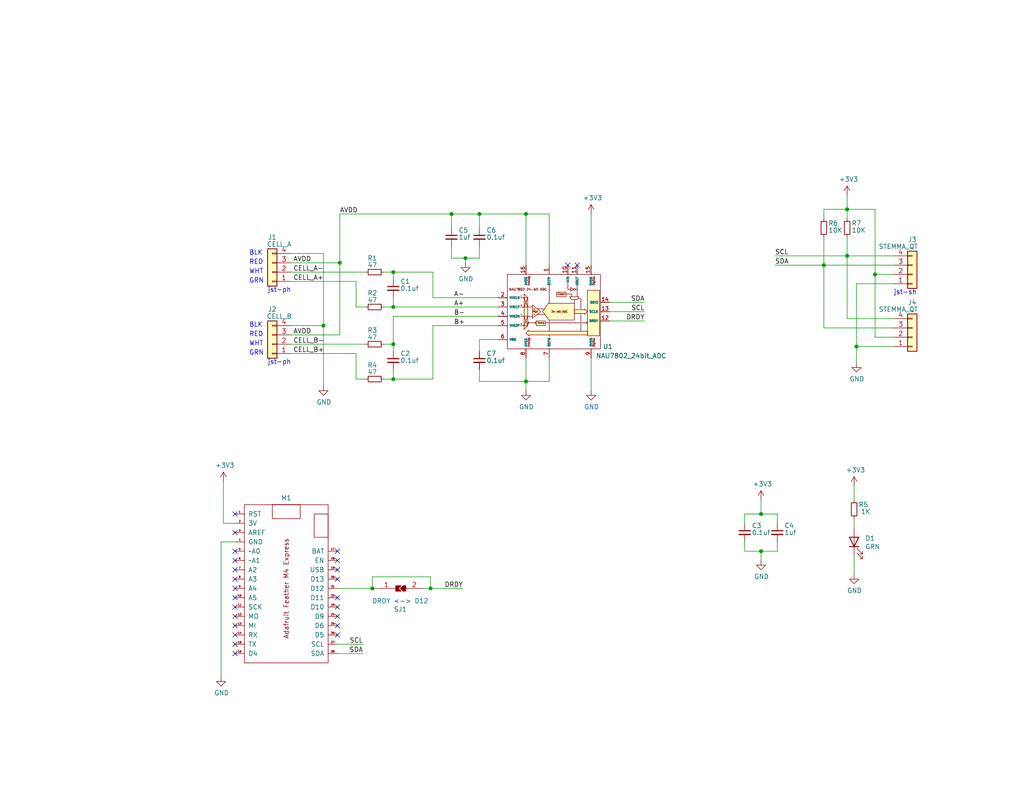
<source format=kicad_sch>
(kicad_sch (version 20211123) (generator eeschema)
  (paper "USLetter")
  (title_block (title "NAU7802_DUAL_24-BIT_ADC_WING_DIP") (date "2021-12-01") (rev "v02_DIP") (company "Cedar Grove Studios"))
  (lib_symbols
    (symbol "Adafruit_custom:Feather_M4_Express" (pin_names (offset 1.016))
      (property "Reference" "M" (at 0 27.94 0))
      (symbol "Feather_M4_Express_0_0"
        (rectangle (start -11.43 22.86) (end 11.43 -20.32))
        (rectangle (start -3.81 22.86) (end 3.81 19.05))
        (rectangle (start 11.43 20.32) (end 7.62 13.97))
        (text "Adafruit Feather M4 Express" (at 0 0 900) (effects (font (size 1.27 1.27))))
      )
      (symbol "Feather_M4_Express_0_1"
        (pin input line (at -13.97 20.32 0) (length 2.54) (name "RST") (number "1"))
        (pin bidirectional line (at -13.97 -2.54 0) (length 2.54) (name "A5") (number "10"))
        (pin bidirectional line (at -13.97 -5.08 0) (length 2.54) (name "SCK") (number "11"))
        (pin bidirectional line (at -13.97 -7.62 0) (length 2.54) (name "MO") (number "12"))
        (pin bidirectional line (at -13.97 -10.16 0) (length 2.54) (name "MI") (number "13"))
        (pin bidirectional line (at -13.97 -12.7 0) (length 2.54) (name "RX") (number "14"))
        (pin bidirectional line (at -13.97 -15.24 0) (length 2.54) (name "TX") (number "15"))
        (pin bidirectional line (at -13.97 -17.78 0) (length 2.54) (name "D4") (number "16"))
        (pin power_out line (at 13.97 10.16 180) (length 2.54) (name "BAT") (number "17"))
        (pin input line (at 13.97 7.62 180) (length 2.54) (name "EN") (number "18"))
        (pin power_out line (at 13.97 5.08 180) (length 2.54) (name "USB") (number "19"))
        (pin power_out line (at -13.97 17.78 0) (length 2.54) (name "3V") (number "2"))
        (pin bidirectional line (at 13.97 2.54 180) (length 2.54) (name "D13") (number "20"))
        (pin bidirectional line (at 13.97 0 180) (length 2.54) (name "D12") (number "21"))
        (pin bidirectional line (at 13.97 -2.54 180) (length 2.54) (name "D11") (number "22"))
        (pin bidirectional line (at 13.97 -5.08 180) (length 2.54) (name "D10") (number "23"))
        (pin bidirectional line (at 13.97 -7.62 180) (length 2.54) (name "D9") (number "24"))
        (pin bidirectional line (at 13.97 -10.16 180) (length 2.54) (name "D6") (number "25"))
        (pin bidirectional line (at 13.97 -12.7 180) (length 2.54) (name "D5") (number "26"))
        (pin bidirectional line (at 13.97 -15.24 180) (length 2.54) (name "SCL") (number "27"))
        (pin bidirectional line (at 13.97 -17.78 180) (length 2.54) (name "SDA") (number "28"))
        (pin input line (at -13.97 15.24 0) (length 2.54) (name "AREF") (number "3"))
        (pin power_out line (at -13.97 12.7 0) (length 2.54) (name "GND") (number "4"))
        (pin bidirectional line (at -13.97 10.16 0) (length 2.54) (name "~A0") (number "5"))
        (pin bidirectional line (at -13.97 7.62 0) (length 2.54) (name "~A1") (number "6"))
        (pin bidirectional line (at -13.97 5.08 0) (length 2.54) (name "A2") (number "7"))
        (pin bidirectional line (at -13.97 2.54 0) (length 2.54) (name "A3") (number "8"))
        (pin bidirectional line (at -13.97 0 0) (length 2.54) (name "A4") (number "9"))
      )
    )
    (symbol "Adafruit_custom:NAU7802_24bit_ADC"
      (property "Reference" "U" (at 13.97 -7.366 0))
      (property "Value" "Adafruit_custom_NAU7802_24bit_ADC" (at 21.082 -8.89 0))
      (symbol "NAU7802_24bit_ADC_0_0"
        (rectangle (start -4.826 -2.54) (end -2.286 -3.81) (fill (type background)))
        (polyline (pts (xy -8.128 -3.81) (xy -9.144 -3.81)))
        (polyline (pts (xy -8.128 -1.27) (xy -9.144 -1.27)))
        (polyline (pts (xy -8.128 1.27) (xy -9.144 1.27)))
        (polyline (pts (xy -8.128 3.81) (xy -9.144 3.81)))
        (polyline (pts (xy -4.572 -0.762) (xy -2.54 -0.762)))
        (polyline (pts (xy -4.572 0.762) (xy -2.54 0.762)))
        (polyline (pts (xy -1.27 -6.858) (xy -1.27 -6.35)))
        (polyline (pts (xy -1.27 -5.334) (xy -1.27 -3.302)))
        (polyline (pts (xy -1.27 -2.286) (xy -1.27 -2.794)))
        (polyline (pts (xy -1.27 7.112) (xy -1.27 2.286)))
        (polyline (pts (xy 5.588 3.302) (xy 5.588 2.286)))
        (polyline (pts (xy 6.35 6.096) (xy 6.35 4.064)))
        (polyline (pts (xy 7.366 -5.334) (xy 7.366 -3.302)))
        (polyline (pts (xy 7.366 -2.794) (xy 7.366 -0.762)))
        (polyline (pts (xy 7.366 0.762) (xy 7.366 0.762)))
        (polyline (pts (xy 3.302 4.826) (xy 4.826 4.826) (xy 4.826 4.064)))
        (polyline (pts (xy 4.572 6.096) (xy 3.81 6.096) (xy 3.81 7.874)))
        (polyline (pts (xy 5.842 6.096) (xy 6.35 6.096) (xy 6.35 7.112)))
        (polyline (pts (xy 7.366 0.762) (xy 7.366 3.556) (xy 6.604 3.556)))
        (polyline (pts (xy 5.334 6.096) (xy 4.572 6.604) (xy 4.572 5.588) (xy 5.334 6.096)) (fill (type background)))
        (polyline (pts (xy -2.286 -3.048) (xy 9.144 -3.048) (xy 8.89 -2.794) (xy 9.144 -3.048) (xy 8.89 -3.302)))
        (polyline (pts (xy 4.318 4.064) (xy 6.858 4.064) (xy 6.35 3.302) (xy 4.826 3.302) (xy 4.318 4.064)) (fill (type background)))
        (polyline (pts (xy -6.858 -2.794) (xy -7.112 -3.048) (xy -6.858 -3.302) (xy -7.112 -3.048) (xy -4.826 -3.048) (xy -5.08 -2.794) (xy -4.826 -3.048) (xy -5.08 -3.302)))
        (polyline (pts (xy 5.588 0.508) (xy 8.382 0.508) (xy 8.382 0.762) (xy 9.144 0) (xy 8.382 -0.762) (xy 8.382 -0.508) (xy 5.588 -0.508) (xy 5.588 0.508)) (fill (type background)))
        (polyline (pts (xy 9.144 -5.334) (xy 9.144 -6.35) (xy -6.858 -6.35) (xy -6.858 -6.604) (xy -7.62 -5.842) (xy -6.858 -5.08) (xy -6.858 -5.334) (xy 9.144 -5.334)) (fill (type background)))
        (rectangle (start 0.762 5.334) (end 3.302 4.064) (fill (type background)))
        (circle (center 5.588 6.096) (radius 0.254) (fill (type background)))
        (rectangle (start 9.144 -6.604) (end 12.446 5.842) (fill (type background)))
        (text "+" (at -8.89 -3.302 0) (effects (font (size 0.508 0.508))))
        (text "+" (at -8.89 1.778 0) (effects (font (size 0.508 0.508))))
        (text "+" (at -5.334 0.762 0) (effects (font (size 0.508 0.508))))
        (text "-" (at -8.89 -0.762 0) (effects (font (size 0.508 0.508))))
        (text "-" (at -8.89 4.318 0) (effects (font (size 0.508 0.508))))
        (text "-" (at -5.334 -0.762 0) (effects (font (size 0.508 0.508))))
        (text "24-bit ADC" (at 1.524 0 0) (effects (font (size 0.508 0.508))))
        (text "Analog" (at -6.858 -8.382 900) (effects (font (size 0.508 0.508) italic)))
        (text "Analog" (at -6.858 8.382 900) (effects (font (size 0.508 0.508) italic)))
        (text "Clock" (at 2.032 4.826 0) (effects (font (size 0.508 0.508))))
        (text "Digital" (at 10.922 -8.382 900) (effects (font (size 0.508 0.508) italic)))
        (text "Digital" (at 10.922 8.382 900) (effects (font (size 0.508 0.508) italic)))
        (text "NAU7802 24-bit ADC" (at -7.112 6.096 0) (effects (font (size 0.635 0.635) bold)))
        (text "PGA" (at -5.08 0 0) (effects (font (size 0.508 0.508))))
        (text "Temp" (at -3.556 -3.048 0) (effects (font (size 0.508 0.508))))
      )
      (symbol "NAU7802_24bit_ADC_0_1"
        (rectangle (start -12.7 10.16) (end 12.7 -10.16))
        (polyline (pts (xy -8.128 -1.27) (xy -7.112 -1.27)))
        (polyline (pts (xy -8.128 1.27) (xy -7.112 1.27)))
        (polyline (pts (xy -8.128 3.81) (xy -7.112 1.27)))
        (polyline (pts (xy -8.128 3.81) (xy -7.112 3.81)))
        (polyline (pts (xy -7.112 -1.27) (xy -8.128 -3.81)))
        (polyline (pts (xy -7.112 -1.27) (xy -5.842 -1.27)))
        (polyline (pts (xy -7.112 1.27) (xy -5.842 1.27)))
        (polyline (pts (xy -7.112 3.81) (xy -8.128 1.27)))
        (polyline (pts (xy -8.128 -3.81) (xy -7.112 -3.81) (xy -8.128 -1.27)))
        (polyline (pts (xy -5.842 1.778) (xy -5.842 -1.778) (xy -3.556 0) (xy -5.842 1.778)) (fill (type background)))
        (polyline (pts (xy -8.128 3.81) (xy -8.128 4.826) (xy -7.112 3.81) (xy -7.112 -3.81) (xy -8.128 -4.826) (xy -8.128 3.81)) (fill (type background)))
        (polyline (pts (xy -3.048 0) (xy -1.27 -2.286) (xy 5.588 -2.286) (xy 5.588 2.286) (xy -1.524 2.286) (xy -3.048 0)) (fill (type background)))
      )
      (symbol "NAU7802_24bit_ADC_1_1"
        (pin input line (at -1.27 12.7 270) (length 2.54) (name "REFP") (number "1"))
        (pin input line (at 3.81 12.7 270) (length 2.54) (name "XIN") (number "10"))
        (pin output line (at 6.35 12.7 270) (length 2.54) (name "XOUT") (number "11"))
        (pin output line (at 15.24 -2.54 180) (length 2.54) (name "DRDY") (number "12"))
        (pin output line (at 15.24 0 180) (length 2.54) (name "SCLK") (number "13"))
        (pin bidirectional line (at 15.24 2.54 180) (length 2.54) (name "SDIO") (number "14"))
        (pin power_in line (at 10.16 12.7 270) (length 2.54) (name "DVDD") (number "15"))
        (pin bidirectional line (at -7.62 12.7 270) (length 2.54) (name "AVDD") (number "16"))
        (pin input line (at -15.24 3.81 0) (length 2.54) (name "VIN1N") (number "2"))
        (pin input line (at -15.24 1.27 0) (length 2.54) (name "VIN1P") (number "3"))
        (pin input line (at -15.24 -1.27 0) (length 2.54) (name "VIN2N") (number "4"))
        (pin input line (at -15.24 -3.81 0) (length 2.54) (name "VIN2P") (number "5"))
        (pin bidirectional line (at -15.24 -7.62 0) (length 2.54) (name "VBG") (number "6"))
        (pin input line (at -1.27 -12.7 90) (length 2.54) (name "REFN") (number "7"))
        (pin power_in line (at -7.62 -12.7 90) (length 2.54) (name "AVSS") (number "8"))
        (pin power_in line (at 10.16 -12.7 90) (length 2.54) (name "DVSS") (number "9"))
      )
    )
    (symbol "Adafruit_custom:Solder_Jumper_0805" (pin_names (offset 1.016))
      (property "Reference" "SJ" (at 0 3.81 0))
      (property "Value" "Adafruit_custom_Solder_Jumper_0805" (at 0 -3.81 0))
      (symbol "Solder_Jumper_0805_0_1"
        (polyline (pts (xy 0 0) (xy 0.762 0.762) (xy 1.524 0.762) (xy 1.524 -0.762) (xy 0.762 -0.762) (xy 0 0)) (fill (type outline)))
        (polyline (pts (xy 0.254 0.762) (xy -0.508 0) (xy 0.254 -0.762) (xy -1.27 -0.762) (xy -1.27 0.762) (xy 0.254 0.762)) (fill (type outline)))
      )
      (symbol "Solder_Jumper_0805_1_1"
        (pin bidirectional line (at -6.35 0 0) (length 5.08) (name "~") (number "1"))
        (pin bidirectional line (at 6.35 0 180) (length 5.08) (name "~") (number "2"))
      )
    )
    (symbol "Connector_Generic:Conn_01x04" (pin_names (offset 1.016) hide)
      (property "Reference" "J" (at 0 5.08 0))
      (property "Value" "Conn_01x04" (at 0 -7.62 0))
      (symbol "Conn_01x04_1_1"
        (rectangle (start -1.27 -4.953) (end 0 -5.207) (stroke (width 0.1524)))
        (rectangle (start -1.27 -2.413) (end 0 -2.667) (stroke (width 0.1524)))
        (rectangle (start -1.27 0.127) (end 0 -0.127) (stroke (width 0.1524)))
        (rectangle (start -1.27 2.667) (end 0 2.413) (stroke (width 0.1524)))
        (rectangle (start -1.27 3.81) (end 1.27 -6.35) (stroke (width 0.254)) (fill (type background)))
        (pin passive line (at -5.08 2.54 0) (length 3.81) (name "Pin_1") (number "1"))
        (pin passive line (at -5.08 0 0) (length 3.81) (name "Pin_2") (number "2"))
        (pin passive line (at -5.08 -2.54 0) (length 3.81) (name "Pin_3") (number "3"))
        (pin passive line (at -5.08 -5.08 0) (length 3.81) (name "Pin_4") (number "4"))
      )
    )
    (symbol "Device:C_Small" (pin_numbers hide) (pin_names (offset 0.254) hide)
      (property "Reference" "C" (at 0.254 1.778 0))
      (property "Value" "C_Small" (at 0.254 -2.032 0))
      (symbol "C_Small_0_1"
        (polyline (pts (xy -1.524 -0.508) (xy 1.524 -0.508)) (stroke (width 0.3302)))
        (polyline (pts (xy -1.524 0.508) (xy 1.524 0.508)) (stroke (width 0.3048)))
      )
      (symbol "C_Small_1_1"
        (pin passive line (at 0 2.54 270) (length 2.032) (name "~") (number "1"))
        (pin passive line (at 0 -2.54 90) (length 2.032) (name "~") (number "2"))
      )
    )
    (symbol "Device:LED" (pin_numbers hide) (pin_names (offset 1.016) hide)
      (property "Reference" "D" (at 0 2.54 0))
      (property "Value" "LED" (at 0 -2.54 0))
      (symbol "LED_0_1"
        (polyline (pts (xy -1.27 -1.27) (xy -1.27 1.27)) (stroke (width 0.254)))
        (polyline (pts (xy -1.27 0) (xy 1.27 0)))
        (polyline (pts (xy 1.27 -1.27) (xy 1.27 1.27) (xy -1.27 0) (xy 1.27 -1.27)) (stroke (width 0.254)))
        (polyline (pts (xy -3.048 -0.762) (xy -4.572 -2.286) (xy -3.81 -2.286) (xy -4.572 -2.286) (xy -4.572 -1.524)))
        (polyline (pts (xy -1.778 -0.762) (xy -3.302 -2.286) (xy -2.54 -2.286) (xy -3.302 -2.286) (xy -3.302 -1.524)))
      )
      (symbol "LED_1_1"
        (pin passive line (at -3.81 0 0) (length 2.54) (name "K") (number "1"))
        (pin passive line (at 3.81 0 180) (length 2.54) (name "A") (number "2"))
      )
    )
    (symbol "Device:R_Small" (pin_numbers hide) (pin_names (offset 0.254) hide)
      (property "Reference" "R" (at 0.762 0.508 0))
      (property "Value" "R_Small" (at 0.762 -1.016 0))
      (symbol "R_Small_0_1"
        (rectangle (start -0.762 1.778) (end 0.762 -1.778) (stroke (width 0.2032)))
      )
      (symbol "R_Small_1_1"
        (pin passive line (at 0 2.54 270) (length 0.762) (name "~") (number "1"))
        (pin passive line (at 0 -2.54 90) (length 0.762) (name "~") (number "2"))
      )
    )
    (symbol "power:+3V3" (power) (pin_names (offset 0))
      (property "Value" "+3V3" (at 0 3.556 0))
      (symbol "+3V3_0_1"
        (polyline (pts (xy -0.762 1.27) (xy 0 2.54)))
        (polyline (pts (xy 0 0) (xy 0 2.54)))
        (polyline (pts (xy 0 2.54) (xy 0.762 1.27)))
      )
      (symbol "+3V3_1_1"
        (pin power_in line (at 0 0 90) (length 0) hide (name "+3V3") (number "1"))
      )
    )
    (symbol "power:GND" (power) (pin_names (offset 0))
      (property "Value" "GND" (at 0 -3.81 0))
      (symbol "GND_0_1"
        (polyline (pts (xy 0 0) (xy 0 -1.27) (xy 1.27 -1.27) (xy 0 -2.54) (xy -1.27 -1.27) (xy 0 -1.27)))
      )
      (symbol "GND_1_1"
        (pin power_in line (at 0 0 270) (length 0) hide (name "GND") (number "1"))
      )
    )
  )
  (junction (at 127 70.485))
  (junction (at 207.645 150.495))
  (junction (at 92.71 71.755))
  (junction (at 224.79 72.39))
  (junction (at 107.315 74.295))
  (junction (at 143.51 104.14))
  (junction (at 207.645 140.335))
  (junction (at 101.6 160.655))
  (junction (at 130.81 58.42))
  (junction (at 117.475 160.655))
  (junction (at 123.19 58.42))
  (junction (at 238.76 74.93))
  (junction (at 88.265 88.9))
  (junction (at 107.315 83.82))
  (junction (at 143.51 58.42))
  (junction (at 107.315 103.505))
  (junction (at 233.68 94.615))
  (junction (at 231.14 57.15))
  (junction (at 107.315 93.98))
  (junction (at 231.14 69.85))
  (no_connect (at 64.135 153.035))
  (no_connect (at 64.135 145.415))
  (no_connect (at 154.94 72.39))
  (no_connect (at 92.075 168.275))
  (no_connect (at 92.075 150.495))
  (no_connect (at 64.135 165.735))
  (no_connect (at 92.075 153.035))
  (no_connect (at 157.48 72.39))
  (no_connect (at 92.075 158.115))
  (no_connect (at 64.135 158.115))
  (no_connect (at 64.135 173.355))
  (no_connect (at 92.075 163.195))
  (no_connect (at 92.075 165.735))
  (no_connect (at 64.135 170.815))
  (no_connect (at 64.135 155.575))
  (no_connect (at 92.075 173.355))
  (no_connect (at 64.135 160.655))
  (no_connect (at 64.135 150.495))
  (no_connect (at 92.075 170.815))
  (no_connect (at 64.135 163.195))
  (no_connect (at 92.075 155.575))
  (no_connect (at 64.135 168.275))
  (no_connect (at 64.135 140.335))
  (no_connect (at 64.135 175.895))
  (no_connect (at 64.135 178.435))
  (wire (pts (xy 149.86 97.79) (xy 149.86 104.14)))
  (wire (pts (xy 79.375 76.835) (xy 97.155 76.835)))
  (wire (pts (xy 107.315 74.295) (xy 118.11 74.295)))
  (wire (pts (xy 130.81 104.14) (xy 143.51 104.14)))
  (wire (pts (xy 233.68 94.615) (xy 233.68 99.06)))
  (wire (pts (xy 118.11 81.28) (xy 135.89 81.28)))
  (wire (pts (xy 79.375 91.44) (xy 92.71 91.44)))
  (wire (pts (xy 233.045 144.145) (xy 233.045 141.605)))
  (wire (pts (xy 233.68 94.615) (xy 243.84 94.615)))
  (wire (pts (xy 231.14 69.85) (xy 231.14 64.77)))
  (wire (pts (xy 207.645 140.335) (xy 207.645 136.525)))
  (wire (pts (xy 107.315 103.505) (xy 107.315 100.965)))
  (wire (pts (xy 231.14 57.15) (xy 231.14 59.69)))
  (wire (pts (xy 118.11 74.295) (xy 118.11 81.28)))
  (wire (pts (xy 224.79 57.15) (xy 231.14 57.15)))
  (wire (pts (xy 143.51 97.79) (xy 143.51 104.14)))
  (wire (pts (xy 207.645 150.495) (xy 212.09 150.495)))
  (wire (pts (xy 107.315 76.2) (xy 107.315 74.295)))
  (wire (pts (xy 79.375 93.98) (xy 99.695 93.98)))
  (wire (pts (xy 123.19 70.485) (xy 127 70.485)))
  (wire (pts (xy 224.79 72.39) (xy 211.455 72.39)))
  (wire (pts (xy 88.265 88.9) (xy 88.265 105.41)))
  (wire (pts (xy 79.375 71.755) (xy 92.71 71.755)))
  (wire (pts (xy 224.79 72.39) (xy 224.79 89.535)))
  (wire (pts (xy 60.325 147.955) (xy 64.135 147.955)))
  (wire (pts (xy 92.075 160.655) (xy 101.6 160.655)))
  (wire (pts (xy 107.315 93.98) (xy 107.315 86.36)))
  (wire (pts (xy 143.51 104.14) (xy 149.86 104.14)))
  (wire (pts (xy 143.51 58.42) (xy 130.81 58.42)))
  (wire (pts (xy 224.79 72.39) (xy 224.79 64.77)))
  (wire (pts (xy 117.475 160.655) (xy 126.365 160.655)))
  (wire (pts (xy 203.2 147.955) (xy 203.2 150.495)))
  (wire (pts (xy 101.6 157.48) (xy 117.475 157.48)))
  (wire (pts (xy 207.645 140.335) (xy 212.09 140.335)))
  (wire (pts (xy 123.19 67.31) (xy 123.19 70.485)))
  (wire (pts (xy 118.11 88.9) (xy 135.89 88.9)))
  (wire (pts (xy 143.51 58.42) (xy 143.51 72.39)))
  (wire (pts (xy 92.075 178.435) (xy 99.06 178.435)))
  (wire (pts (xy 203.2 142.875) (xy 203.2 140.335)))
  (wire (pts (xy 107.315 83.82) (xy 107.315 81.28)))
  (wire (pts (xy 207.645 150.495) (xy 207.645 153.035)))
  (wire (pts (xy 97.155 83.82) (xy 99.695 83.82)))
  (wire (pts (xy 104.775 83.82) (xy 107.315 83.82)))
  (wire (pts (xy 203.2 140.335) (xy 207.645 140.335)))
  (wire (pts (xy 149.86 58.42) (xy 149.86 72.39)))
  (wire (pts (xy 233.045 136.525) (xy 233.045 132.715)))
  (wire (pts (xy 231.14 69.85) (xy 243.84 69.85)))
  (wire (pts (xy 104.775 103.505) (xy 107.315 103.505)))
  (wire (pts (xy 92.71 58.42) (xy 123.19 58.42)))
  (wire (pts (xy 104.775 93.98) (xy 107.315 93.98)))
  (wire (pts (xy 243.84 86.995) (xy 231.14 86.995)))
  (wire (pts (xy 130.81 100.965) (xy 130.81 104.14)))
  (wire (pts (xy 92.075 175.895) (xy 99.06 175.895)))
  (wire (pts (xy 64.135 142.875) (xy 60.96 142.875)))
  (wire (pts (xy 238.76 92.075) (xy 238.76 74.93)))
  (wire (pts (xy 79.375 69.215) (xy 88.265 69.215)))
  (wire (pts (xy 203.2 150.495) (xy 207.645 150.495)))
  (wire (pts (xy 130.81 70.485) (xy 130.81 67.31)))
  (wire (pts (xy 88.265 88.9) (xy 88.265 69.215)))
  (wire (pts (xy 107.315 93.98) (xy 107.315 95.885)))
  (wire (pts (xy 243.84 89.535) (xy 224.79 89.535)))
  (wire (pts (xy 79.375 74.295) (xy 99.695 74.295)))
  (wire (pts (xy 117.475 157.48) (xy 117.475 160.655)))
  (wire (pts (xy 60.96 131.445) (xy 60.96 142.875)))
  (wire (pts (xy 149.86 58.42) (xy 143.51 58.42)))
  (wire (pts (xy 130.81 62.23) (xy 130.81 58.42)))
  (wire (pts (xy 97.155 103.505) (xy 99.695 103.505)))
  (wire (pts (xy 107.315 103.505) (xy 118.11 103.505)))
  (wire (pts (xy 115.57 160.655) (xy 117.475 160.655)))
  (wire (pts (xy 231.14 57.15) (xy 231.14 53.34)))
  (wire (pts (xy 243.84 92.075) (xy 238.76 92.075)))
  (wire (pts (xy 231.14 57.15) (xy 238.76 57.15)))
  (wire (pts (xy 130.81 58.42) (xy 123.19 58.42)))
  (wire (pts (xy 97.155 96.52) (xy 97.155 103.505)))
  (wire (pts (xy 127 70.485) (xy 127 71.755)))
  (wire (pts (xy 231.14 69.85) (xy 211.455 69.85)))
  (wire (pts (xy 166.37 87.63) (xy 175.895 87.63)))
  (wire (pts (xy 123.19 58.42) (xy 123.19 62.23)))
  (wire (pts (xy 143.51 104.14) (xy 143.51 106.68)))
  (wire (pts (xy 233.68 77.47) (xy 233.68 94.615)))
  (wire (pts (xy 127 70.485) (xy 130.81 70.485)))
  (wire (pts (xy 107.315 83.82) (xy 135.89 83.82)))
  (wire (pts (xy 97.155 76.835) (xy 97.155 83.82)))
  (wire (pts (xy 166.37 82.55) (xy 175.895 82.55)))
  (wire (pts (xy 130.81 95.885) (xy 130.81 92.71)))
  (wire (pts (xy 79.375 88.9) (xy 88.265 88.9)))
  (wire (pts (xy 101.6 160.655) (xy 102.87 160.655)))
  (wire (pts (xy 118.11 103.505) (xy 118.11 88.9)))
  (wire (pts (xy 92.71 71.755) (xy 92.71 91.44)))
  (wire (pts (xy 224.79 59.69) (xy 224.79 57.15)))
  (wire (pts (xy 161.29 97.79) (xy 161.29 106.68)))
  (wire (pts (xy 224.79 72.39) (xy 243.84 72.39)))
  (wire (pts (xy 238.76 74.93) (xy 238.76 57.15)))
  (wire (pts (xy 107.315 86.36) (xy 135.89 86.36)))
  (wire (pts (xy 101.6 160.655) (xy 101.6 157.48)))
  (wire (pts (xy 233.68 77.47) (xy 243.84 77.47)))
  (wire (pts (xy 233.045 151.765) (xy 233.045 156.845)))
  (wire (pts (xy 212.09 150.495) (xy 212.09 147.955)))
  (wire (pts (xy 238.76 74.93) (xy 243.84 74.93)))
  (wire (pts (xy 92.71 58.42) (xy 92.71 71.755)))
  (wire (pts (xy 107.315 74.295) (xy 104.775 74.295)))
  (wire (pts (xy 79.375 96.52) (xy 97.155 96.52)))
  (wire (pts (xy 166.37 85.09) (xy 175.895 85.09)))
  (wire (pts (xy 161.29 58.42) (xy 161.29 72.39)))
  (wire (pts (xy 130.81 92.71) (xy 135.89 92.71)))
  (wire (pts (xy 212.09 140.335) (xy 212.09 142.875)))
  (wire (pts (xy 60.325 147.955) (xy 60.325 184.785)))
  (wire (pts (xy 231.14 69.85) (xy 231.14 86.995)))
  (text "RED" (at 67.945 92.075 0) (effects (font (size 1.27 1.27)) (justify left bottom)))
  (text "GRN" (at 67.945 77.47 0) (effects (font (size 1.27 1.27)) (justify left bottom)))
  (text "jst-sh" (at 243.84 80.645 0) (effects (font (size 1.27 1.27)) (justify left bottom)))
  (text "RED" (at 67.945 72.39 0) (effects (font (size 1.27 1.27)) (justify left bottom)))
  (text "BLK" (at 67.945 89.535 0) (effects (font (size 1.27 1.27)) (justify left bottom)))
  (text "BLK" (at 67.945 69.85 0) (effects (font (size 1.27 1.27)) (justify left bottom)))
  (text "WHT" (at 67.945 74.93 0) (effects (font (size 1.27 1.27)) (justify left bottom)))
  (text "jst-ph" (at 73.025 99.695 0) (effects (font (size 1.27 1.27)) (justify left bottom)))
  (text "WHT" (at 67.945 94.615 0) (effects (font (size 1.27 1.27)) (justify left bottom)))
  (text "GRN" (at 67.945 97.155 0) (effects (font (size 1.27 1.27)) (justify left bottom)))
  (text "jst-ph" (at 73.025 80.01 0) (effects (font (size 1.27 1.27)) (justify left bottom)))
  (label "SCL" (at 175.895 85.09 180))
  (label "SCL" (at 211.455 69.85 0))
  (label "SDA" (at 99.06 178.435 180))
  (label "SCL" (at 99.06 175.895 180))
  (label "SDA" (at 175.895 82.55 180))
  (label "A+" (at 123.825 83.82 0))
  (label "DRDY" (at 126.365 160.655 180))
  (label "AVDD" (at 80.01 91.44 0))
  (label "A-" (at 123.825 81.28 0))
  (label "SDA" (at 211.455 72.39 0))
  (label "DRDY" (at 175.895 87.63 180))
  (label "AVDD" (at 80.01 71.755 0))
  (label "B+" (at 123.825 88.9 0))
  (label "CELL_B-" (at 80.01 93.98 0))
  (label "CELL_B+" (at 80.01 96.52 0))
  (label "B-" (at 123.825 86.36 0))
  (label "CELL_A-" (at 80.01 74.295 0))
  (label "AVDD" (at 92.71 58.42 0))
  (label "CELL_A+" (at 80.01 76.835 0))
  (symbol (lib_id "Adafruit_custom:NAU7802_24bit_ADC") (at 151.13 85.09 0) (unit 1)
    (property "Reference" "U1" (at 164.465 94.615 0) (effects (justify left)))
    (property "Value" "NAU7802_24bit_ADC" (at 162.56 97.155 0) (effects (justify left)))
    (property "Footprint" "Package_DIP:DIP-16_W7.62mm_Socket" (effects hide))
  )
  (symbol (lib_id "Adafruit_custom:Feather_M4_Express") (at 78.105 160.655 0) (unit 1)
    (property "Reference" "M1" (at 78.105 135.9408 0))
    (property "Value" "Feather_M4_Express" (effects hide))
    (property "Footprint" "Adafruit:Adafruit Feather" (effects hide))
  )
  (symbol (lib_id "Device:C_Small") (at 130.81 98.425 0) (unit 1)
    (property "Reference" "C7" (at 132.715 96.52 0) (effects (justify left)))
    (property "Value" "0.1uf" (at 132.715 98.425 0) (effects (justify left)))
    (property "Footprint" "Capacitor_SMD:C_0805_2012Metric" (effects hide))
  )
  (symbol (lib_id "Device:C_Small") (at 123.19 64.77 0) (unit 1)
    (property "Reference" "C5" (at 125.095 62.865 0) (effects (justify left)))
    (property "Value" "1uf" (at 125.095 64.77 0) (effects (justify left)))
    (property "Footprint" "Capacitor_SMD:C_0805_2012Metric" (effects hide))
  )
  (symbol (lib_id "Device:C_Small") (at 130.81 64.77 0) (unit 1)
    (property "Reference" "C6" (at 132.715 62.865 0) (effects (justify left)))
    (property "Value" "0.1uf" (at 132.715 64.77 0) (effects (justify left)))
    (property "Footprint" "Capacitor_SMD:C_0805_2012Metric" (effects hide))
  )
  (symbol (lib_id "power:GND") (at 143.51 106.68 0) (unit 1)
    (property "Reference" "#PWR07" (effects hide))
    (property "Value" "GND" (at 143.637 111.0742 0))
  )
  (symbol (lib_id "Device:R_Small") (at 102.235 74.295 270) (unit 1)
    (property "Reference" "R1" (at 101.6 70.485 90))
    (property "Value" "47" (at 101.6 72.39 90))
    (property "Footprint" "Resistor_SMD:R_0805_2012Metric" (effects hide))
  )
  (symbol (lib_id "Device:R_Small") (at 102.235 83.82 270) (unit 1)
    (property "Reference" "R2" (at 101.6 80.01 90))
    (property "Value" "47" (at 101.6 81.915 90))
    (property "Footprint" "Resistor_SMD:R_0805_2012Metric" (effects hide))
  )
  (symbol (lib_id "Device:R_Small") (at 102.235 93.98 270) (unit 1)
    (property "Reference" "R3" (at 101.6 90.17 90))
    (property "Value" "47" (at 101.6 92.075 90))
    (property "Footprint" "Resistor_SMD:R_0805_2012Metric" (effects hide))
  )
  (symbol (lib_id "Device:R_Small") (at 102.235 103.505 270) (unit 1)
    (property "Reference" "R4" (at 101.6 99.695 90))
    (property "Value" "47" (at 101.6 101.6 90))
    (property "Footprint" "Resistor_SMD:R_0805_2012Metric" (effects hide))
  )
  (symbol (lib_id "Device:C_Small") (at 107.315 78.74 0) (unit 1)
    (property "Reference" "C1" (at 109.22 76.835 0) (effects (justify left)))
    (property "Value" "0.1uf" (at 109.22 78.74 0) (effects (justify left)))
    (property "Footprint" "Capacitor_SMD:C_0805_2012Metric" (effects hide))
  )
  (symbol (lib_id "Device:C_Small") (at 107.315 98.425 0) (unit 1)
    (property "Reference" "C2" (at 109.22 96.52 0) (effects (justify left)))
    (property "Value" "0.1uf" (at 109.22 98.425 0) (effects (justify left)))
    (property "Footprint" "Capacitor_SMD:C_0805_2012Metric" (effects hide))
  )
  (symbol (lib_id "power:GND") (at 127 71.755 0) (unit 1)
    (property "Reference" "#PWR04" (effects hide))
    (property "Value" "GND" (at 127.127 76.1492 0))
  )
  (symbol (lib_id "power:+3V3") (at 231.14 53.34 0) (unit 1)
    (property "Reference" "#PWR08" (effects hide))
    (property "Value" "+3V3" (at 231.521 48.9458 0))
  )
  (symbol (lib_id "Device:R_Small") (at 224.79 62.23 180) (unit 1)
    (property "Reference" "R6" (at 227.33 60.96 0))
    (property "Value" "10K" (at 227.965 62.865 0))
    (property "Footprint" "Resistor_SMD:R_0805_2012Metric" (effects hide))
  )
  (symbol (lib_id "Device:R_Small") (at 231.14 62.23 180) (unit 1)
    (property "Reference" "R7" (at 233.68 60.96 0))
    (property "Value" "10K" (at 234.315 62.865 0))
    (property "Footprint" "Resistor_SMD:R_0805_2012Metric" (effects hide))
  )
  (symbol (lib_id "Connector_Generic:Conn_01x04") (at 248.92 74.93 0) (mirror x) (unit 1)
    (property "Reference" "J3" (at 248.92 65.405 0))
    (property "Value" "STEMMA_QT" (at 245.11 67.31 0))
    (property "Footprint" "Connector_JST:JST_SH_SM04B-SRSS-TB_1x04-1MP_P1.00mm_Horizontal" (effects hide))
  )
  (symbol (lib_id "Connector_Generic:Conn_01x04") (at 74.295 74.295 180) (unit 1)
    (property "Reference" "J1" (at 74.295 64.77 0))
    (property "Value" "CELL_A" (at 76.2 66.675 0))
    (property "Footprint" "Connector_JST:JST_PH_S4B-PH-SM4-TB_1x04-1MP_P2.00mm_Horizontal" (effects hide))
  )
  (symbol (lib_id "Connector_Generic:Conn_01x04") (at 74.295 93.98 180) (unit 1)
    (property "Reference" "J2" (at 74.295 84.455 0))
    (property "Value" "CELL_B" (at 76.2 86.36 0))
    (property "Footprint" "Connector_JST:JST_PH_S4B-PH-SM4-TB_1x04-1MP_P2.00mm_Horizontal" (effects hide))
  )
  (symbol (lib_id "power:+3V3") (at 161.29 58.42 0) (unit 1)
    (property "Reference" "#PWR0101" (effects hide))
    (property "Value" "+3V3" (at 161.671 54.0258 0))
  )
  (symbol (lib_id "power:GND") (at 60.325 184.785 0) (unit 1)
    (property "Reference" "#PWR0102" (effects hide))
    (property "Value" "GND" (at 60.452 189.1792 0))
  )
  (symbol (lib_id "power:GND") (at 88.265 105.41 0) (unit 1)
    (property "Reference" "#PWR01" (effects hide))
    (property "Value" "GND" (at 88.392 109.8042 0))
  )
  (symbol (lib_id "power:GND") (at 233.68 99.06 0) (unit 1)
    (property "Reference" "#PWR0103" (effects hide))
    (property "Value" "GND" (at 233.807 103.4542 0))
  )
  (symbol (lib_id "Device:LED") (at 233.045 147.955 90) (unit 1)
    (property "Reference" "D1" (at 236.0422 146.9644 90) (effects (justify right)))
    (property "Value" "GRN" (at 236.0422 149.2758 90) (effects (justify right)))
    (property "Footprint" "LED_SMD:LED_0805_2012Metric" (effects hide))
  )
  (symbol (lib_id "Device:C_Small") (at 203.2 145.415 0) (unit 1)
    (property "Reference" "C3" (at 205.105 143.51 0) (effects (justify left)))
    (property "Value" "0.1uf" (at 205.105 145.415 0) (effects (justify left)))
    (property "Footprint" "Capacitor_SMD:C_0805_2012Metric" (effects hide))
  )
  (symbol (lib_id "Device:C_Small") (at 212.09 145.415 0) (unit 1)
    (property "Reference" "C4" (at 213.995 143.51 0) (effects (justify left)))
    (property "Value" "1uf" (at 213.995 145.415 0) (effects (justify left)))
    (property "Footprint" "Capacitor_SMD:C_0805_2012Metric" (effects hide))
  )
  (symbol (lib_id "power:GND") (at 233.045 156.845 0) (unit 1)
    (property "Reference" "#PWR06" (effects hide))
    (property "Value" "GND" (at 233.172 161.2392 0))
  )
  (symbol (lib_id "power:+3V3") (at 233.045 132.715 0) (unit 1)
    (property "Reference" "#PWR05" (effects hide))
    (property "Value" "+3V3" (at 233.426 128.3208 0))
  )
  (symbol (lib_id "Device:R_Small") (at 233.045 139.065 180) (unit 1)
    (property "Reference" "R5" (at 235.585 137.795 0))
    (property "Value" "1K" (at 236.22 139.7 0))
    (property "Footprint" "Resistor_SMD:R_0805_2012Metric" (effects hide))
  )
  (symbol (lib_id "power:+3V3") (at 60.96 131.445 0) (unit 1)
    (property "Reference" "#PWR02" (effects hide))
    (property "Value" "+3V3" (at 61.341 127.0508 0))
  )
  (symbol (lib_id "power:GND") (at 207.645 153.035 0) (unit 1)
    (property "Reference" "#PWR03" (effects hide))
    (property "Value" "GND" (at 207.772 157.4292 0))
  )
  (symbol (lib_id "power:GND") (at 161.29 106.68 0) (unit 1)
    (property "Reference" "#PWR0104" (effects hide))
    (property "Value" "GND" (at 161.417 111.0742 0))
  )
  (symbol (lib_id "Connector_Generic:Conn_01x04") (at 248.92 92.075 0) (mirror x) (unit 1)
    (property "Reference" "J4" (at 248.92 82.55 0))
    (property "Value" "STEMMA_QT" (at 245.11 84.455 0))
    (property "Footprint" "Connector_JST:JST_SH_SM04B-SRSS-TB_1x04-1MP_P1.00mm_Horizontal" (effects hide))
  )
  (symbol (lib_id "Adafruit_custom:Solder_Jumper_0805") (at 109.22 160.655 0) (mirror x) (unit 1)
    (property "Reference" "SJ1" (at 109.22 166.37 0))
    (property "Value" "DRDY <-> D12" (at 109.22 164.0586 0))
    (property "Footprint" "Adafruit:0805_Solder_Jumper" (effects hide))
  )
  (symbol (lib_id "power:+3V3") (at 207.645 136.525 0) (unit 1)
    (property "Reference" "#PWR0105" (effects hide))
    (property "Value" "+3V3" (at 208.026 132.1308 0))
  )
)
</source>
